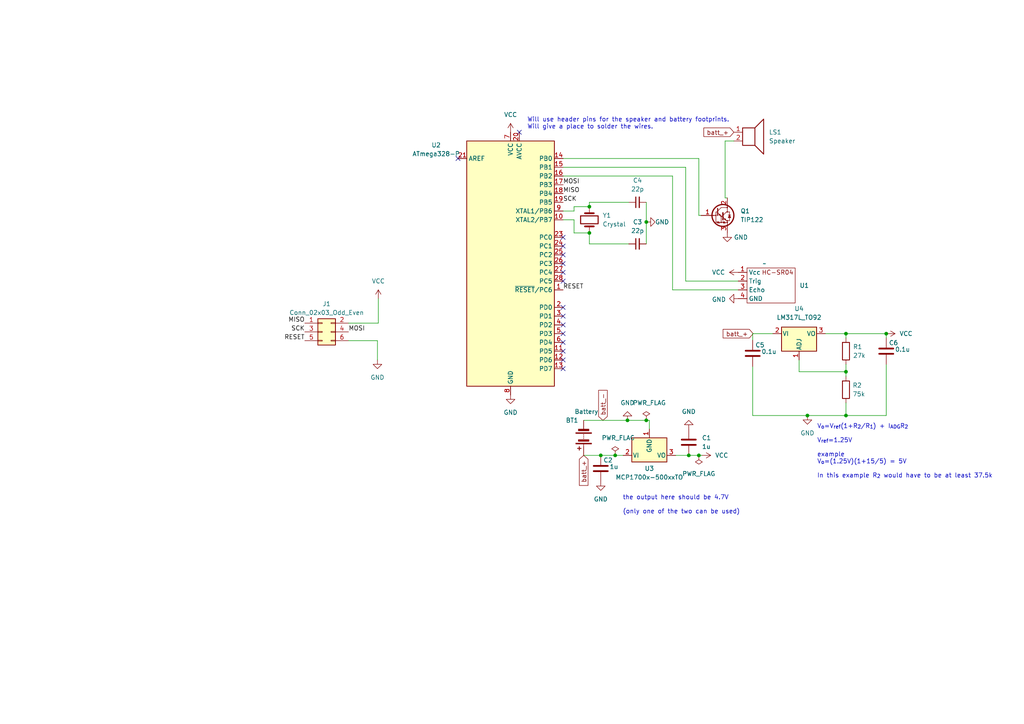
<source format=kicad_sch>
(kicad_sch (version 20230121) (generator eeschema)
  (paper "A4")
  (lib_symbols
    (symbol "Connector_Generic:Conn_02x03_Odd_Even" (pin_names (offset 1.016) hide)
      (property "Reference" "J" (at 1.27 5.08 0))
      (property "Value" "Conn_02x03_Odd_Even" (at 1.27 -5.08 0))
      (symbol "Conn_02x03_Odd_Even_1_1"
        (rectangle (start -1.27 -2.413) (end 0 -2.667) (stroke (width 0.1524)))
        (rectangle (start -1.27 0.127) (end 0 -0.127) (stroke (width 0.1524)))
        (rectangle (start -1.27 2.667) (end 0 2.413) (stroke (width 0.1524)))
        (rectangle (start -1.27 3.81) (end 3.81 -3.81) (stroke (width 0.254)) (fill (type background)))
        (rectangle (start 3.81 -2.413) (end 2.54 -2.667) (stroke (width 0.1524)))
        (rectangle (start 3.81 0.127) (end 2.54 -0.127) (stroke (width 0.1524)))
        (rectangle (start 3.81 2.667) (end 2.54 2.413) (stroke (width 0.1524)))
        (pin passive line (at -5.08 2.54 0) (length 3.81) (name "Pin_1") (number "1"))
        (pin passive line (at 7.62 2.54 180) (length 3.81) (name "Pin_2") (number "2"))
        (pin passive line (at -5.08 0 0) (length 3.81) (name "Pin_3") (number "3"))
        (pin passive line (at 7.62 0 180) (length 3.81) (name "Pin_4") (number "4"))
        (pin passive line (at -5.08 -2.54 0) (length 3.81) (name "Pin_5") (number "5"))
        (pin passive line (at 7.62 -2.54 180) (length 3.81) (name "Pin_6") (number "6"))
      )
    )
    (symbol "Device:Battery" (pin_numbers hide) (pin_names (offset 0) hide)
      (property "Reference" "BT" (at 2.54 2.54 0))
      (property "Value" "Battery" (at 2.54 0 0))
      (symbol "Battery_0_1"
        (rectangle (start -2.286 -1.27) (end 2.286 -1.524) (fill (type outline)))
        (rectangle (start -2.286 1.778) (end 2.286 1.524) (fill (type outline)))
        (rectangle (start -1.524 -2.032) (end 1.524 -2.54) (fill (type outline)))
        (rectangle (start -1.524 1.016) (end 1.524 0.508) (fill (type outline)))
        (polyline (pts (xy 0 -1.016) (xy 0 -0.762)))
        (polyline (pts (xy 0 -0.508) (xy 0 -0.254)))
        (polyline (pts (xy 0 0) (xy 0 0.254)))
        (polyline (pts (xy 0 1.778) (xy 0 2.54)))
        (polyline (pts (xy 0.762 3.048) (xy 1.778 3.048)) (stroke (width 0.254)))
        (polyline (pts (xy 1.27 3.556) (xy 1.27 2.54)) (stroke (width 0.254)))
      )
      (symbol "Battery_1_1"
        (pin passive line (at 0 5.08 270) (length 2.54) (name "+") (number "1"))
        (pin passive line (at 0 -5.08 90) (length 2.54) (name "-") (number "2"))
      )
    )
    (symbol "Device:C" (pin_numbers hide) (pin_names (offset 0.254))
      (property "Reference" "C" (at 0.635 2.54 0))
      (property "Value" "C" (at 0.635 -2.54 0))
      (symbol "C_0_1"
        (polyline (pts (xy -2.032 -0.762) (xy 2.032 -0.762)) (stroke (width 0.508)))
        (polyline (pts (xy -2.032 0.762) (xy 2.032 0.762)) (stroke (width 0.508)))
      )
      (symbol "C_1_1"
        (pin passive line (at 0 3.81 270) (length 2.794) (name "~") (number "1"))
        (pin passive line (at 0 -3.81 90) (length 2.794) (name "~") (number "2"))
      )
    )
    (symbol "Device:C_Small" (pin_numbers hide) (pin_names (offset 0.254) hide)
      (property "Reference" "C" (at 0.254 1.778 0))
      (property "Value" "C_Small" (at 0.254 -2.032 0))
      (symbol "C_Small_0_1"
        (polyline (pts (xy -1.524 -0.508) (xy 1.524 -0.508)) (stroke (width 0.3302)))
        (polyline (pts (xy -1.524 0.508) (xy 1.524 0.508)) (stroke (width 0.3048)))
      )
      (symbol "C_Small_1_1"
        (pin passive line (at 0 2.54 270) (length 2.032) (name "~") (number "1"))
        (pin passive line (at 0 -2.54 90) (length 2.032) (name "~") (number "2"))
      )
    )
    (symbol "Device:Crystal" (pin_numbers hide) (pin_names (offset 1.016) hide)
      (property "Reference" "Y" (at 0 3.81 0))
      (property "Value" "Crystal" (at 0 -3.81 0))
      (symbol "Crystal_0_1"
        (rectangle (start -1.143 2.54) (end 1.143 -2.54) (stroke (width 0.3048)))
        (polyline (pts (xy -2.54 0) (xy -1.905 0)))
        (polyline (pts (xy -1.905 -1.27) (xy -1.905 1.27)) (stroke (width 0.508)))
        (polyline (pts (xy 1.905 -1.27) (xy 1.905 1.27)) (stroke (width 0.508)))
        (polyline (pts (xy 2.54 0) (xy 1.905 0)))
      )
      (symbol "Crystal_1_1"
        (pin passive line (at -3.81 0 0) (length 1.27) (name "1") (number "1"))
        (pin passive line (at 3.81 0 180) (length 1.27) (name "2") (number "2"))
      )
    )
    (symbol "Device:R" (pin_numbers hide) (pin_names (offset 0))
      (property "Reference" "R" (at 2.032 0 90))
      (property "Value" "R" (at 0 0 90))
      (symbol "R_0_1"
        (rectangle (start -1.016 -2.54) (end 1.016 2.54) (stroke (width 0.254)))
      )
      (symbol "R_1_1"
        (pin passive line (at 0 3.81 270) (length 1.27) (name "~") (number "1"))
        (pin passive line (at 0 -3.81 90) (length 1.27) (name "~") (number "2"))
      )
    )
    (symbol "Device:Speaker" (pin_names (offset 0) hide)
      (property "Reference" "LS" (at 1.27 5.715 0))
      (property "Value" "Speaker" (at 1.27 3.81 0))
      (symbol "Speaker_0_0"
        (rectangle (start -2.54 1.27) (end 1.016 -3.81) (stroke (width 0.254)))
        (polyline (pts (xy 1.016 1.27) (xy 3.556 3.81) (xy 3.556 -6.35) (xy 1.016 -3.81)) (stroke (width 0.254)))
      )
      (symbol "Speaker_1_1"
        (pin input line (at -5.08 0 0) (length 2.54) (name "1") (number "1"))
        (pin input line (at -5.08 -2.54 0) (length 2.54) (name "2") (number "2"))
      )
    )
    (symbol "MCU_Microchip_ATmega:ATmega328-P"
      (property "Reference" "U" (at -12.7 36.83 0))
      (property "Value" "ATmega328-P" (at 2.54 -36.83 0))
      (symbol "ATmega328-P_0_1"
        (rectangle (start -12.7 -35.56) (end 12.7 35.56) (stroke (width 0.254)) (fill (type background)))
      )
      (symbol "ATmega328-P_1_1"
        (pin bidirectional line (at 15.24 -7.62 180) (length 2.54) (name "~{RESET}/PC6") (number "1"))
        (pin bidirectional line (at 15.24 12.7 180) (length 2.54) (name "XTAL2/PB7") (number "10"))
        (pin bidirectional line (at 15.24 -25.4 180) (length 2.54) (name "PD5") (number "11"))
        (pin bidirectional line (at 15.24 -27.94 180) (length 2.54) (name "PD6") (number "12"))
        (pin bidirectional line (at 15.24 -30.48 180) (length 2.54) (name "PD7") (number "13"))
        (pin bidirectional line (at 15.24 30.48 180) (length 2.54) (name "PB0") (number "14"))
        (pin bidirectional line (at 15.24 27.94 180) (length 2.54) (name "PB1") (number "15"))
        (pin bidirectional line (at 15.24 25.4 180) (length 2.54) (name "PB2") (number "16"))
        (pin bidirectional line (at 15.24 22.86 180) (length 2.54) (name "PB3") (number "17"))
        (pin bidirectional line (at 15.24 20.32 180) (length 2.54) (name "PB4") (number "18"))
        (pin bidirectional line (at 15.24 17.78 180) (length 2.54) (name "PB5") (number "19"))
        (pin bidirectional line (at 15.24 -12.7 180) (length 2.54) (name "PD0") (number "2"))
        (pin power_in line (at 2.54 38.1 270) (length 2.54) (name "AVCC") (number "20"))
        (pin passive line (at -15.24 30.48 0) (length 2.54) (name "AREF") (number "21"))
        (pin passive line (at 0 -38.1 90) (length 2.54) hide (name "GND") (number "22"))
        (pin bidirectional line (at 15.24 7.62 180) (length 2.54) (name "PC0") (number "23"))
        (pin bidirectional line (at 15.24 5.08 180) (length 2.54) (name "PC1") (number "24"))
        (pin bidirectional line (at 15.24 2.54 180) (length 2.54) (name "PC2") (number "25"))
        (pin bidirectional line (at 15.24 0 180) (length 2.54) (name "PC3") (number "26"))
        (pin bidirectional line (at 15.24 -2.54 180) (length 2.54) (name "PC4") (number "27"))
        (pin bidirectional line (at 15.24 -5.08 180) (length 2.54) (name "PC5") (number "28"))
        (pin bidirectional line (at 15.24 -15.24 180) (length 2.54) (name "PD1") (number "3"))
        (pin bidirectional line (at 15.24 -17.78 180) (length 2.54) (name "PD2") (number "4"))
        (pin bidirectional line (at 15.24 -20.32 180) (length 2.54) (name "PD3") (number "5"))
        (pin bidirectional line (at 15.24 -22.86 180) (length 2.54) (name "PD4") (number "6"))
        (pin power_in line (at 0 38.1 270) (length 2.54) (name "VCC") (number "7"))
        (pin power_in line (at 0 -38.1 90) (length 2.54) (name "GND") (number "8"))
        (pin bidirectional line (at 15.24 15.24 180) (length 2.54) (name "XTAL1/PB6") (number "9"))
      )
    )
    (symbol "Regulator_Linear:MCP1700x-500xxTO" (pin_names (offset 0.254))
      (property "Reference" "U" (at -3.81 -3.175 0))
      (property "Value" "MCP1700x-500xxTO" (at 0 -3.175 0))
      (symbol "MCP1700x-500xxTO_0_1"
        (rectangle (start -5.08 5.08) (end 5.08 -1.905) (stroke (width 0.254)) (fill (type background)))
      )
      (symbol "MCP1700x-500xxTO_1_1"
        (pin power_in line (at 0 7.62 270) (length 2.54) (name "GND") (number "1"))
        (pin power_in line (at -7.62 0 0) (length 2.54) (name "VI") (number "2"))
        (pin power_out line (at 7.62 0 180) (length 2.54) (name "VO") (number "3"))
      )
    )
    (symbol "Transistor_BJT:TIP122" (pin_names (offset 0) hide)
      (property "Reference" "Q" (at 5.08 1.905 0))
      (property "Value" "TIP122" (at 5.08 0 0))
      (symbol "TIP122_0_1"
        (circle (center -0.762 0) (radius 0.127))
        (polyline (pts (xy -1.27 0) (xy -0.889 0)))
        (polyline (pts (xy 2.54 -2.032) (xy 2.54 -2.54)))
        (polyline (pts (xy 2.54 -1.524) (xy 3.175 -1.524)))
        (polyline (pts (xy 2.794 0.127) (xy 3.556 0.127)))
        (polyline (pts (xy 3.175 -0.635) (xy 3.175 -1.524)))
        (polyline (pts (xy 3.175 1.016) (xy 2.54 1.016)))
        (polyline (pts (xy 3.175 1.016) (xy 3.175 0.127)))
        (polyline (pts (xy -0.254 0.762) (xy 0.762 -0.254) (xy 1.27 -0.254)))
        (polyline (pts (xy -0.254 1.016) (xy -0.762 1.016) (xy -0.762 -2.032)))
        (polyline (pts (xy -0.254 1.27) (xy 0.762 2.286) (xy 2.54 2.286)))
        (polyline (pts (xy -0.254 2.032) (xy -0.254 0) (xy -0.254 0)) (stroke (width 0.3048)))
        (polyline (pts (xy 1.27 0.762) (xy 1.27 -1.27) (xy 1.27 -1.27)) (stroke (width 0.381)))
        (polyline (pts (xy 0.635 -0.127) (xy 0.381 0.381) (xy 0.127 0.127) (xy 0.635 -0.127)))
        (polyline (pts (xy 1.27 -0.508) (xy 2.286 -1.524) (xy 2.54 -1.524) (xy 2.54 -2.032)))
        (polyline (pts (xy 1.27 0) (xy 2.286 1.016) (xy 2.54 1.016) (xy 2.54 2.286)))
        (polyline (pts (xy 2.159 -1.397) (xy 1.905 -0.889) (xy 1.651 -1.143) (xy 2.159 -1.397)))
        (polyline (pts (xy 3.175 0.127) (xy 2.794 -0.635) (xy 3.556 -0.635) (xy 3.175 0.127)) (fill (type outline)))
        (polyline (pts (xy 0.762 -2.032) (xy 0.381 -2.032) (xy 0.254 -2.286) (xy 0.127 -1.778) (xy 0 -2.286) (xy -0.127 -1.778) (xy -0.254 -2.286) (xy -0.381 -1.778) (xy -0.508 -2.032) (xy -0.762 -2.032)))
        (polyline (pts (xy 0.762 -0.254) (xy 0.762 -2.032) (xy 1.143 -2.032) (xy 1.27 -1.778) (xy 1.397 -2.286) (xy 1.524 -1.778) (xy 1.651 -2.286) (xy 1.778 -1.778) (xy 1.905 -2.286) (xy 2.032 -2.032) (xy 2.54 -2.032)))
        (circle (center 0.762 -2.032) (radius 0.127))
        (circle (center 0.762 -0.254) (radius 0.127))
        (circle (center 1.27 0) (radius 3.175) (stroke (width 0.3556)))
        (circle (center 2.54 -2.032) (radius 0.127))
        (circle (center 2.54 -1.524) (radius 0.127))
        (circle (center 2.54 1.016) (radius 0.127))
        (circle (center 2.54 2.286) (radius 0.127))
      )
      (symbol "TIP122_1_1"
        (pin input line (at -5.08 0 0) (length 3.81) (name "B") (number "1"))
        (pin passive line (at 2.54 5.08 270) (length 2.667) (name "C") (number "2"))
        (pin passive line (at 2.54 -5.08 90) (length 2.54) (name "E") (number "3"))
      )
    )
    (symbol "kody_custom_symbols:LM317L_TO92" (pin_names (offset 0.254))
      (property "Reference" "U4" (at 0 7.239 0))
      (property "Value" "LM317L_TO92" (at 0 4.699 0))
      (symbol "LM317L_TO92_0_1"
        (rectangle (start -5.08 1.905) (end 5.08 -5.08) (stroke (width 0.254)) (fill (type background)))
      )
      (symbol "LM317L_TO92_1_1"
        (pin input line (at 0 -7.62 90) (length 2.54) (name "ADJ") (number "1"))
        (pin power_in line (at -7.62 0 0) (length 2.54) (name "VI") (number "2"))
        (pin power_out line (at 7.62 0 180) (length 2.54) (name "VO") (number "3"))
      )
    )
    (symbol "kody_custom_symbols:hc-sr04"
      (property "Reference" "U1" (at 10.16 -6.35 0))
      (property "Value" "~" (at 0 0 0))
      (symbol "hc-sr04_1_1"
        (rectangle (start -5.08 -1.27) (end 8.89 -11.43))
        (text "HC-SR04" (at 3.81 -2.54 0) (effects (font (size 1.27 1.27))))
        (pin power_in line (at -7.62 -2.54 0) (length 2.54) (name "Vcc") (number "1"))
        (pin output line (at -7.62 -5.08 0) (length 2.54) (name "Trig") (number "2"))
        (pin input line (at -7.62 -7.62 0) (length 2.54) (name "Echo") (number "3"))
        (pin power_in line (at -7.62 -10.16 0) (length 2.54) (name "GND") (number "4"))
      )
    )
    (symbol "power:GND" (power) (pin_names (offset 0))
      (property "Value" "GND" (at 0 -3.81 0))
      (symbol "GND_0_1"
        (polyline (pts (xy 0 0) (xy 0 -1.27) (xy 1.27 -1.27) (xy 0 -2.54) (xy -1.27 -1.27) (xy 0 -1.27)))
      )
      (symbol "GND_1_1"
        (pin power_in line (at 0 0 270) (length 0) hide (name "GND") (number "1"))
      )
    )
    (symbol "power:PWR_FLAG" (power) (pin_numbers hide) (pin_names (offset 0) hide)
      (property "Value" "PWR_FLAG" (at 0 3.81 0))
      (symbol "PWR_FLAG_0_0"
        (pin power_out line (at 0 0 90) (length 0) (name "pwr") (number "1"))
      )
      (symbol "PWR_FLAG_0_1"
        (polyline (pts (xy 0 0) (xy 0 1.27) (xy -1.016 1.905) (xy 0 2.54) (xy 1.016 1.905) (xy 0 1.27)))
      )
    )
    (symbol "power:VCC" (power) (pin_names (offset 0))
      (property "Value" "VCC" (at 0 3.81 0))
      (symbol "VCC_0_1"
        (polyline (pts (xy -0.762 1.27) (xy 0 2.54)))
        (polyline (pts (xy 0 0) (xy 0 2.54)))
        (polyline (pts (xy 0 2.54) (xy 0.762 1.27)))
      )
      (symbol "VCC_1_1"
        (pin power_in line (at 0 0 90) (length 0) hide (name "VCC") (number "1"))
      )
    )
  )
  (junction (at 234.188 120.523))
  (junction (at 178.435 132.08))
  (junction (at 245.364 120.523))
  (junction (at 199.771 132.08))
  (junction (at 170.942 59.944))
  (junction (at 245.364 96.774))
  (junction (at 257.048 96.774))
  (junction (at 181.991 121.92))
  (junction (at 187.452 64.389))
  (junction (at 170.942 67.564))
  (junction (at 187.452 121.92))
  (junction (at 202.692 132.08))
  (junction (at 174.244 132.08))
  (junction (at 245.364 107.823))
  (no_connect (at 163.322 101.854))
  (no_connect (at 163.322 94.234))
  (no_connect (at 163.322 106.934))
  (no_connect (at 132.842 45.974))
  (no_connect (at 163.322 91.694))
  (no_connect (at 150.622 38.354))
  (no_connect (at 163.322 73.914))
  (no_connect (at 163.322 96.774))
  (no_connect (at 163.322 81.534))
  (no_connect (at 163.322 78.994))
  (no_connect (at 163.322 76.454))
  (no_connect (at 163.322 99.314))
  (no_connect (at 163.322 68.834))
  (no_connect (at 163.322 89.154))
  (no_connect (at 163.322 71.374))
  (no_connect (at 163.322 104.394))
  (wire (pts (xy 195.072 84.074) (xy 214.122 84.074)))
  (wire (pts (xy 198.882 48.514) (xy 198.882 81.534)))
  (wire (pts (xy 202.692 62.484) (xy 203.327 62.484)))
  (wire (pts (xy 101.092 93.726) (xy 109.728 93.726)))
  (wire (pts (xy 257.048 120.523) (xy 245.364 120.523)))
  (wire (pts (xy 166.497 63.754) (xy 166.497 67.564)))
  (wire (pts (xy 109.474 98.806) (xy 109.474 104.394)))
  (wire (pts (xy 170.942 58.674) (xy 170.942 59.944)))
  (wire (pts (xy 218.313 96.774) (xy 224.155 96.774)))
  (wire (pts (xy 257.048 96.774) (xy 245.364 96.774)))
  (wire (pts (xy 231.775 104.394) (xy 231.775 107.823)))
  (wire (pts (xy 170.942 70.739) (xy 170.942 67.564)))
  (wire (pts (xy 166.497 67.564) (xy 170.942 67.564)))
  (wire (pts (xy 245.364 105.664) (xy 245.364 107.823)))
  (wire (pts (xy 218.313 106.299) (xy 218.313 120.523)))
  (wire (pts (xy 187.452 121.92) (xy 188.341 121.92)))
  (wire (pts (xy 187.452 64.389) (xy 187.452 70.739)))
  (wire (pts (xy 163.322 48.514) (xy 198.882 48.514)))
  (wire (pts (xy 210.312 40.894) (xy 212.852 40.894)))
  (wire (pts (xy 166.497 61.214) (xy 166.497 59.944)))
  (wire (pts (xy 166.497 59.944) (xy 170.942 59.944)))
  (wire (pts (xy 163.322 51.054) (xy 195.072 51.054)))
  (wire (pts (xy 163.322 63.754) (xy 166.497 63.754)))
  (wire (pts (xy 257.048 98.044) (xy 257.048 96.774)))
  (wire (pts (xy 199.771 132.08) (xy 202.692 132.08)))
  (wire (pts (xy 218.313 98.679) (xy 218.313 96.774)))
  (wire (pts (xy 239.395 96.774) (xy 245.364 96.774)))
  (wire (pts (xy 202.692 132.08) (xy 203.581 132.08)))
  (wire (pts (xy 169.291 121.92) (xy 181.991 121.92)))
  (wire (pts (xy 210.312 57.404) (xy 210.947 57.404)))
  (wire (pts (xy 195.072 51.054) (xy 195.072 84.074)))
  (wire (pts (xy 245.364 96.774) (xy 245.364 98.044)))
  (wire (pts (xy 257.048 105.664) (xy 257.048 120.523)))
  (wire (pts (xy 245.364 116.84) (xy 245.364 120.523)))
  (wire (pts (xy 202.692 45.974) (xy 163.322 45.974)))
  (wire (pts (xy 195.961 132.08) (xy 199.771 132.08)))
  (wire (pts (xy 245.364 120.523) (xy 234.188 120.523)))
  (wire (pts (xy 163.322 61.214) (xy 166.497 61.214)))
  (wire (pts (xy 181.991 121.92) (xy 187.452 121.92)))
  (wire (pts (xy 188.341 121.92) (xy 188.341 124.46)))
  (wire (pts (xy 174.244 132.08) (xy 178.435 132.08)))
  (wire (pts (xy 210.312 40.894) (xy 210.312 57.404)))
  (wire (pts (xy 170.942 58.674) (xy 182.372 58.674)))
  (wire (pts (xy 178.435 132.08) (xy 180.721 132.08)))
  (wire (pts (xy 169.291 132.08) (xy 174.244 132.08)))
  (wire (pts (xy 218.313 120.523) (xy 234.188 120.523)))
  (wire (pts (xy 109.728 93.726) (xy 109.728 86.614)))
  (wire (pts (xy 245.364 107.823) (xy 245.364 109.22)))
  (wire (pts (xy 187.452 58.674) (xy 187.452 64.389)))
  (wire (pts (xy 182.372 70.739) (xy 170.942 70.739)))
  (wire (pts (xy 231.775 107.823) (xy 245.364 107.823)))
  (wire (pts (xy 198.882 81.534) (xy 214.122 81.534)))
  (wire (pts (xy 202.692 62.484) (xy 202.692 45.974)))
  (wire (pts (xy 101.092 98.806) (xy 109.474 98.806)))
  (text "Will use header pins for the speaker and battery footprints. \nWill give a place to solder the wires." (at 152.908 37.592 0) (effects (font (size 1.27 1.27)) (justify left bottom)))
  (text "V_{o}=V_{ref}(1+R_{2}/R_{1}) + I_{ADG}R_{2}\n\nV_{ref}=1.25V\n\nexample\nV_{o}=(1.25V)(1+15/5) = 5V\n\nIn this example R_{2} would have to be at least 37.5k" (at 236.982 138.811 0) (effects (font (size 1.27 1.27)) (justify left bottom)))
  (text "the output here should be 4.7V\n\n(only one of the two can be used)" (at 180.594 149.225 0) (effects (font (size 1.27 1.27)) (justify left bottom)))
  (label "MOSI" (at 101.092 96.266 0))
  (label "SCK" (at 163.322 58.674 0))
  (label "RESET" (at 163.322 84.074 0))
  (label "RESET" (at 88.392 98.806 180))
  (label "MOSI" (at 163.322 53.594 0))
  (label "MISO" (at 88.392 93.726 180))
  (label "SCK" (at 88.392 96.266 180))
  (label "MISO" (at 163.322 56.134 0))
  (global_label "batt_+" (shape input) (at 169.291 132.08 270) (property "Intersheetrefs" "${INTERSHEET_REFS}" (effects hide)))
  (global_label "batt_+" (shape input) (at 212.852 38.354 180) (property "Intersheetrefs" "${INTERSHEET_REFS}" (effects hide)))
  (global_label "batt_+" (shape input) (at 218.44 96.774 180) (property "Intersheetrefs" "${INTERSHEET_REFS}" (effects hide)))
  (global_label "batt_-" (shape input) (at 174.879 121.92 90) (property "Intersheetrefs" "${INTERSHEET_REFS}" (effects hide)))
  (symbol (lib_id "Device:C") (at 218.313 102.489 0) (unit 1)
    (property "Reference" "C5" (at 219.075 100.076 0) (effects (justify left)))
    (property "Value" "0.1u" (at 220.853 101.981 0) (effects (justify left)))
    (property "Footprint" "Capacitor_SMD:C_0805_2012Metric_Pad1.18x1.45mm_HandSolder" (effects hide))
    (property "Datasheet" "https://www.yageo.com/upload/media/product/productsearch/datasheet/mlcc/UPY-GPHC_X7R_6.3V-to-250V_23.pdf" (effects hide))
    (property "MPN" "CC0805KRX7R9BB104" (effects hide))
  )
  (symbol (lib_id "Regulator_Linear:MCP1700x-500xxTO") (at 188.341 132.08 0) (unit 1)
    (property "Reference" "U3" (at 188.341 135.89 0))
    (property "Value" "MCP1700x-500xxTO" (at 188.341 138.43 0))
    (property "Footprint" "Package_TO_SOT_THT:TO-92_Inline" (effects hide))
    (property "Datasheet" "https://ww1.microchip.com/downloads/en/DeviceDoc/MCP1700-Data-Sheet-20001826F.pdf" (effects hide))
    (property "MPN" "MCP1700-5002E/TO" (effects hide))
  )
  (symbol (lib_id "Device:C_Small") (at 184.912 70.739 90) (unit 1)
    (property "Reference" "C3" (at 184.9183 64.389 90))
    (property "Value" "22p" (at 184.9183 66.929 90))
    (property "Footprint" "Capacitor_SMD:C_0805_2012Metric_Pad1.18x1.45mm_HandSolder" (effects hide))
    (property "Datasheet" "https://connect.kemet.com:7667/gateway/IntelliData-ComponentDocumentation/1.0/download/datasheet/C0805C220J5GACTU" (effects hide))
    (property "MPN" "C0805C220J5GAC7800" (effects hide))
  )
  (symbol (lib_id "Transistor_BJT:TIP122") (at 208.407 62.484 0) (unit 1)
    (property "Reference" "Q1" (at 214.757 61.214 0) (effects (justify left)))
    (property "Value" "TIP122" (at 214.757 63.754 0) (effects (justify left)))
    (property "Footprint" "Package_TO_SOT_THT:TO-220-3_Vertical" (effects hide))
    (property "Datasheet" "https://www.onsemi.com/pdf/datasheet/tip120-d.pdf" (effects hide))
    (property "MPN" "TIP122G" (effects hide))
  )
  (symbol (lib_id "power:VCC") (at 109.728 86.614 0) (unit 1)
    (property "Reference" "#PWR013" (effects hide))
    (property "Value" "VCC" (at 109.728 81.534 0))
  )
  (symbol (lib_id "Device:Crystal") (at 170.942 63.754 90) (unit 1)
    (property "Reference" "Y1" (at 174.752 62.484 90) (effects (justify right)))
    (property "Value" "Crystal" (at 174.752 65.024 90) (effects (justify right)))
    (property "Footprint" "Crystal:Resonator-2Pin_W6.0mm_H3.0mm" (effects hide))
    (property "Datasheet" "https://www.iqdfrequencyproducts.com/products/pn/LFXTAL027945Bulk.pdf" (effects hide))
    (property "MPN" "LFXTAL027945BULK" (effects hide))
  )
  (symbol (lib_id "power:GND") (at 109.474 104.394 0) (unit 1)
    (property "Reference" "#PWR014" (effects hide))
    (property "Value" "GND" (at 109.474 109.474 0))
  )
  (symbol (lib_id "Device:R") (at 245.364 101.854 0) (unit 1)
    (property "Reference" "R1" (at 247.396 100.584 0) (effects (justify left)))
    (property "Value" "27k" (at 247.396 103.124 0) (effects (justify left)))
    (property "Footprint" "Resistor_SMD:R_0805_2012Metric_Pad1.20x1.40mm_HandSolder" (effects hide))
    (property "Datasheet" "https://www.seielect.com/Catalog/SEI-RMCF_RMCP.pdf" (effects hide))
    (property "MPN" "RMCF0805JT27K0" (effects hide))
  )
  (symbol (lib_id "power:VCC") (at 257.048 96.774 270) (unit 1)
    (property "Reference" "#PWR012" (effects hide))
    (property "Value" "VCC" (at 260.858 96.774 90) (effects (justify left)))
  )
  (symbol (lib_id "power:GND") (at 174.244 139.7 0) (unit 1)
    (property "Reference" "#PWR08" (effects hide))
    (property "Value" "GND" (at 174.244 144.78 0))
  )
  (symbol (lib_id "Device:C") (at 174.244 135.89 0) (unit 1)
    (property "Reference" "C2" (at 175.006 133.477 0) (effects (justify left)))
    (property "Value" "1u" (at 176.784 135.382 0) (effects (justify left)))
    (property "Footprint" "Capacitor_SMD:C_0805_2012Metric_Pad1.18x1.45mm_HandSolder" (effects hide))
    (property "Datasheet" "https://www.yageo.com/upload/media/product/productsearch/datasheet/mlcc/UPY-GPHC_X7R_6.3V-to-250V_23.pdf" (effects hide))
    (property "MPN" "CC0805KKX7R7BB105" (effects hide))
  )
  (symbol (lib_id "Device:C") (at 199.771 128.27 0) (unit 1)
    (property "Reference" "C1" (at 203.581 127 0) (effects (justify left)))
    (property "Value" "1u" (at 203.581 129.54 0) (effects (justify left)))
    (property "Footprint" "Capacitor_SMD:C_0805_2012Metric_Pad1.18x1.45mm_HandSolder" (effects hide))
    (property "Datasheet" "https://www.yageo.com/upload/media/product/productsearch/datasheet/mlcc/UPY-GPHC_X7R_6.3V-to-250V_23.pdf" (effects hide))
    (property "MPN" "CC0805KKX7R7BB105" (effects hide))
  )
  (symbol (lib_id "power:GND") (at 148.082 114.554 0) (unit 1)
    (property "Reference" "#PWR04" (effects hide))
    (property "Value" "GND" (at 148.082 119.634 0))
  )
  (symbol (lib_id "Device:C_Small") (at 184.912 58.674 90) (unit 1)
    (property "Reference" "C4" (at 184.9183 52.324 90))
    (property "Value" "22p" (at 184.9183 54.864 90))
    (property "Footprint" "Capacitor_SMD:C_0805_2012Metric_Pad1.18x1.45mm_HandSolder" (effects hide))
    (property "Datasheet" "https://connect.kemet.com:7667/gateway/IntelliData-ComponentDocumentation/1.0/download/datasheet/C0805C220J5GACTU" (effects hide))
    (property "MPN" "C0805C220J5GAC7800" (effects hide))
  )
  (symbol (lib_id "power:GND") (at 214.122 86.614 270) (unit 1)
    (property "Reference" "#PWR03" (effects hide))
    (property "Value" "GND" (at 210.566 86.868 90) (effects (justify right)))
  )
  (symbol (lib_id "Device:C") (at 257.048 101.854 0) (unit 1)
    (property "Reference" "C6" (at 257.81 99.441 0) (effects (justify left)))
    (property "Value" "0.1u" (at 259.588 101.346 0) (effects (justify left)))
    (property "Footprint" "Capacitor_SMD:C_0805_2012Metric_Pad1.18x1.45mm_HandSolder" (effects hide))
    (property "Datasheet" "https://www.yageo.com/upload/media/product/productsearch/datasheet/mlcc/UPY-GPHC_X7R_6.3V-to-250V_23.pdf" (effects hide))
    (property "MPN" "CC0805KRX7R9BB104" (effects hide))
  )
  (symbol (lib_id "power:GND") (at 199.771 124.46 180) (unit 1)
    (property "Reference" "#PWR07" (effects hide))
    (property "Value" "GND" (at 199.771 119.38 0))
  )
  (symbol (lib_id "Connector_Generic:Conn_02x03_Odd_Even") (at 93.472 96.266 0) (unit 1)
    (property "Reference" "J1" (at 94.742 88.138 0))
    (property "Value" "Conn_02x03_Odd_Even" (at 94.742 90.678 0))
  )
  (symbol (lib_id "kody_custom_symbols:hc-sr04") (at 221.742 76.454 0) (unit 1)
    (property "Reference" "U1" (at 231.902 82.804 0) (effects (justify left)))
    (property "Value" "~" (at 221.742 76.454 0))
    (property "Footprint" "Connector_PinHeader_2.54mm:PinHeader_1x04_P2.54mm_Vertical" (effects hide))
  )
  (symbol (lib_id "power:GND") (at 234.188 120.523 0) (unit 1)
    (property "Reference" "#PWR011" (effects hide))
    (property "Value" "GND" (at 234.188 125.603 0))
  )
  (symbol (lib_id "Device:R") (at 245.364 113.03 0) (unit 1)
    (property "Reference" "R2" (at 247.269 111.76 0) (effects (justify left)))
    (property "Value" "75k" (at 247.269 114.3 0) (effects (justify left)))
    (property "Footprint" "Resistor_SMD:R_0805_2012Metric_Pad1.20x1.40mm_HandSolder" (effects hide))
    (property "Datasheet" "https://www.yageo.com/upload/media/product/productsearch/datasheet/rchip/PYu-RC_Group_51_RoHS_L_12.pdf" (effects hide))
    (property "MPN" "RC0805JR-0775KL" (effects hide))
  )
  (symbol (lib_id "power:PWR_FLAG") (at 187.452 121.92 0) (unit 1)
    (property "Reference" "#FLG03" (effects hide))
    (property "Value" "PWR_FLAG" (at 188.341 116.84 0))
  )
  (symbol (lib_id "power:GND") (at 187.452 64.389 90) (unit 1)
    (property "Reference" "#PWR010" (effects hide))
    (property "Value" "GND" (at 189.992 64.389 90) (effects (justify right)))
  )
  (symbol (lib_id "power:PWR_FLAG") (at 178.435 132.08 0) (unit 1)
    (property "Reference" "#FLG01" (effects hide))
    (property "Value" "PWR_FLAG" (at 179.324 127 0))
  )
  (symbol (lib_id "Device:Battery") (at 169.291 127 180) (unit 1)
    (property "Reference" "BT1" (at 164.084 121.92 0) (effects (justify right)))
    (property "Value" "Battery" (at 166.624 119.38 0) (effects (justify right)))
    (property "Footprint" "Connector_PinHeader_2.54mm:PinHeader_1x02_P2.54mm_Vertical" (effects hide))
  )
  (symbol (lib_id "power:VCC") (at 203.581 132.08 270) (unit 1)
    (property "Reference" "#PWR06" (effects hide))
    (property "Value" "VCC" (at 207.391 132.08 90) (effects (justify left)))
  )
  (symbol (lib_id "MCU_Microchip_ATmega:ATmega328-P") (at 148.082 76.454 0) (unit 1)
    (property "Reference" "U2" (at 126.492 42.0879 0))
    (property "Value" "ATmega328-P" (at 126.492 44.6279 0))
    (property "Footprint" "Package_DIP:DIP-28_W7.62mm" (effects hide))
    (property "Datasheet" "http://ww1.microchip.com/downloads/en/DeviceDoc/ATmega328_P%20AVR%20MCU%20with%20picoPower%20Technology%20Data%20Sheet%2040001984A.pdf" (effects hide))
    (property "MPN" "ATMEGA328-PU" (effects hide))
  )
  (symbol (lib_id "power:GND") (at 210.947 67.564 0) (unit 1)
    (property "Reference" "#PWR05" (effects hide))
    (property "Value" "GND" (at 212.852 68.834 0) (effects (justify left)))
  )
  (symbol (lib_id "Device:Speaker") (at 217.932 38.354 0) (unit 1)
    (property "Reference" "LS1" (at 223.012 38.354 0) (effects (justify left)))
    (property "Value" "Speaker" (at 223.012 40.894 0) (effects (justify left)))
    (property "Footprint" "Connector_PinHeader_2.54mm:PinHeader_1x02_P2.54mm_Vertical" (effects hide))
  )
  (symbol (lib_id "kody_custom_symbols:LM317L_TO92") (at 231.775 96.774 0) (unit 1)
    (property "Reference" "U4" (at 231.775 89.535 0))
    (property "Value" "LM317L_TO92" (at 231.775 92.075 0))
    (property "Footprint" "Package_TO_SOT_THT:TO-92_Inline" (effects hide))
    (property "Datasheet" "https://www.st.com/content/ccc/resource/technical/document/datasheet/ee/4d/b2/bd/25/fe/44/2c/CD00000469.pdf/files/CD00000469.pdf/jcr:content/translations/en.CD00000469.pdf" (effects hide))
    (property "MPN" "LM317LZ" (effects hide))
  )
  (symbol (lib_id "power:VCC") (at 148.082 38.354 0) (unit 1)
    (property "Reference" "#PWR01" (effects hide))
    (property "Value" "VCC" (at 148.082 33.274 0))
  )
  (symbol (lib_id "power:PWR_FLAG") (at 202.692 132.08 180) (unit 1)
    (property "Reference" "#FLG02" (effects hide))
    (property "Value" "PWR_FLAG" (at 202.692 137.414 0))
  )
  (symbol (lib_id "power:GND") (at 181.991 121.92 180) (unit 1)
    (property "Reference" "#PWR09" (effects hide))
    (property "Value" "GND" (at 181.991 116.84 0))
  )
  (symbol (lib_id "power:VCC") (at 214.122 78.994 90) (unit 1)
    (property "Reference" "#PWR02" (effects hide))
    (property "Value" "VCC" (at 210.312 78.994 90) (effects (justify left)))
  )
)
</source>
